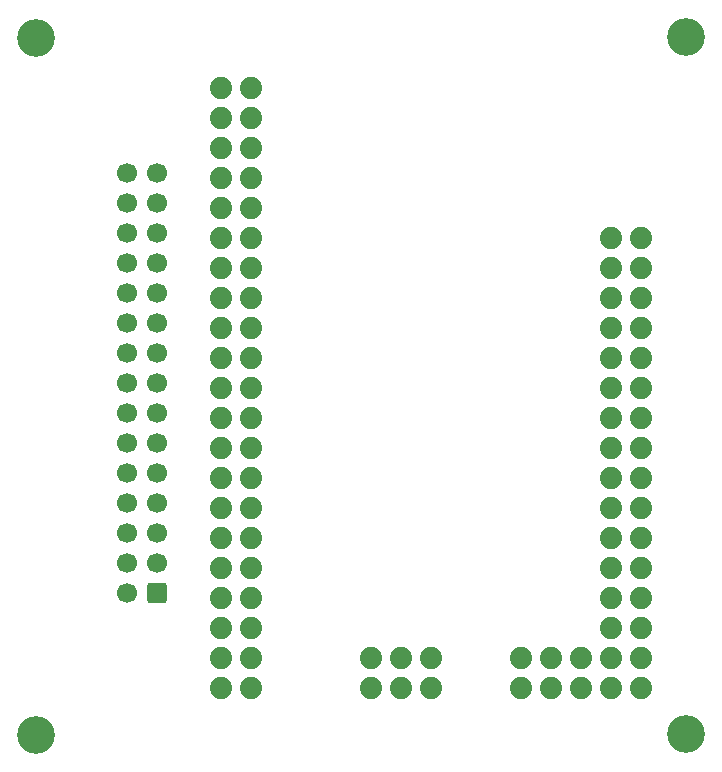
<source format=gbr>
%TF.GenerationSoftware,KiCad,Pcbnew,8.0.2*%
%TF.CreationDate,2024-08-20T17:24:06+07:00*%
%TF.ProjectId,Arduino_xtension_IDC30,41726475-696e-46f5-9f78-74656e73696f,rev?*%
%TF.SameCoordinates,Original*%
%TF.FileFunction,Soldermask,Top*%
%TF.FilePolarity,Negative*%
%FSLAX46Y46*%
G04 Gerber Fmt 4.6, Leading zero omitted, Abs format (unit mm)*
G04 Created by KiCad (PCBNEW 8.0.2) date 2024-08-20 17:24:06*
%MOMM*%
%LPD*%
G01*
G04 APERTURE LIST*
G04 Aperture macros list*
%AMRoundRect*
0 Rectangle with rounded corners*
0 $1 Rounding radius*
0 $2 $3 $4 $5 $6 $7 $8 $9 X,Y pos of 4 corners*
0 Add a 4 corners polygon primitive as box body*
4,1,4,$2,$3,$4,$5,$6,$7,$8,$9,$2,$3,0*
0 Add four circle primitives for the rounded corners*
1,1,$1+$1,$2,$3*
1,1,$1+$1,$4,$5*
1,1,$1+$1,$6,$7*
1,1,$1+$1,$8,$9*
0 Add four rect primitives between the rounded corners*
20,1,$1+$1,$2,$3,$4,$5,0*
20,1,$1+$1,$4,$5,$6,$7,0*
20,1,$1+$1,$6,$7,$8,$9,0*
20,1,$1+$1,$8,$9,$2,$3,0*%
G04 Aperture macros list end*
%ADD10C,3.200000*%
%ADD11C,1.880400*%
%ADD12RoundRect,0.250000X0.600000X0.600000X-0.600000X0.600000X-0.600000X-0.600000X0.600000X-0.600000X0*%
%ADD13C,1.700000*%
G04 APERTURE END LIST*
D10*
%TO.C,REF\u002A\u002A*%
X143900000Y-108100000D03*
%TD*%
%TO.C,REF\u002A\u002A*%
X88900000Y-108200000D03*
%TD*%
%TO.C,REF\u002A\u002A*%
X88900000Y-49200000D03*
%TD*%
%TO.C,REF\u002A\u002A*%
X143900000Y-49100000D03*
%TD*%
D11*
%TO.C,U1*%
X107100000Y-53480000D03*
X104560000Y-53480000D03*
X107100000Y-56020000D03*
X104560000Y-56020000D03*
X104560000Y-58560000D03*
X107100000Y-58560000D03*
X107100000Y-61100000D03*
X104560000Y-61100000D03*
X104560000Y-63640000D03*
X107100000Y-63640000D03*
X107100000Y-66180000D03*
X104560000Y-66180000D03*
X104560000Y-68720000D03*
X104560000Y-71260000D03*
X104560000Y-73800000D03*
X104560000Y-76340000D03*
X104560000Y-78880000D03*
X104560000Y-81420000D03*
X104560000Y-83960000D03*
X104560000Y-86500000D03*
X104560000Y-89040000D03*
X104560000Y-91580000D03*
X107100000Y-68720000D03*
X107100000Y-71260000D03*
X107100000Y-73800000D03*
X107100000Y-76340000D03*
X107100000Y-78880000D03*
X107100000Y-81420000D03*
X107100000Y-83960000D03*
X107100000Y-86500000D03*
X107100000Y-89040000D03*
X107100000Y-91580000D03*
X104560000Y-94120000D03*
X104560000Y-96660000D03*
X104560000Y-99200000D03*
X104560000Y-101740000D03*
X104560000Y-104280000D03*
X107100000Y-104280000D03*
X107100000Y-101740000D03*
X107100000Y-99200000D03*
X107100000Y-96660000D03*
X107100000Y-94120000D03*
X137580000Y-66180000D03*
X140120000Y-66180000D03*
X140120000Y-68720000D03*
X137580000Y-68720000D03*
X137580000Y-71260000D03*
X140120000Y-71260000D03*
X140120000Y-73800000D03*
X137580000Y-73800000D03*
X140120000Y-76340000D03*
X137580000Y-76340000D03*
X140120000Y-78880000D03*
X137580000Y-78880000D03*
X140120000Y-81420000D03*
X137580000Y-81420000D03*
X140120000Y-83960000D03*
X137580000Y-83960000D03*
X140120000Y-86500000D03*
X137580000Y-86500000D03*
X140120000Y-89040000D03*
X137580000Y-89040000D03*
X140120000Y-91580000D03*
X137580000Y-91580000D03*
X140120000Y-94120000D03*
X137580000Y-94120000D03*
X140120000Y-96660000D03*
X137580000Y-96660000D03*
X140120000Y-99200000D03*
X137580000Y-99200000D03*
X140120000Y-101740000D03*
X137580000Y-101740000D03*
X140120000Y-104280000D03*
X137580000Y-104280000D03*
X135040000Y-104280000D03*
X135040000Y-101740000D03*
X132500000Y-101740000D03*
X132500000Y-104280000D03*
X129960000Y-104280000D03*
X129960000Y-101740000D03*
X117260000Y-101740000D03*
X117260000Y-104280000D03*
X119800000Y-101740000D03*
X122340000Y-101740000D03*
X122340000Y-104280000D03*
X119800000Y-104280000D03*
%TD*%
D12*
%TO.C,J1*%
X99097500Y-96180000D03*
D13*
X96557500Y-96180000D03*
X99097500Y-93640000D03*
X96557500Y-93640000D03*
X99097500Y-91100000D03*
X96557500Y-91100000D03*
X99097500Y-88560000D03*
X96557500Y-88560000D03*
X99097500Y-86020000D03*
X96557500Y-86020000D03*
X99097500Y-83480000D03*
X96557500Y-83480000D03*
X99097500Y-80940000D03*
X96557500Y-80940000D03*
X99097500Y-78400000D03*
X96557500Y-78400000D03*
X99097500Y-75860000D03*
X96557500Y-75860000D03*
X99097500Y-73320000D03*
X96557500Y-73320000D03*
X99097500Y-70780000D03*
X96557500Y-70780000D03*
X99097500Y-68240000D03*
X96557500Y-68240000D03*
X99097500Y-65700000D03*
X96557500Y-65700000D03*
X99097500Y-63160000D03*
X96557500Y-63160000D03*
X99097500Y-60620000D03*
X96557500Y-60620000D03*
%TD*%
M02*

</source>
